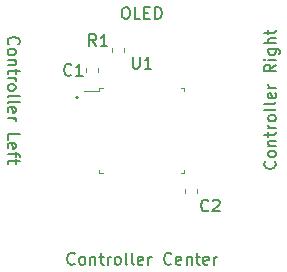
<source format=gto>
G04 #@! TF.GenerationSoftware,KiCad,Pcbnew,(5.1.5-0-10_14)*
G04 #@! TF.CreationDate,2020-04-26T19:30:02+09:00*
G04 #@! TF.ProjectId,TriCon,54726943-6f6e-42e6-9b69-6361645f7063,1.0*
G04 #@! TF.SameCoordinates,Original*
G04 #@! TF.FileFunction,Legend,Top*
G04 #@! TF.FilePolarity,Positive*
%FSLAX46Y46*%
G04 Gerber Fmt 4.6, Leading zero omitted, Abs format (unit mm)*
G04 Created by KiCad (PCBNEW (5.1.5-0-10_14)) date 2020-04-26 19:30:02*
%MOMM*%
%LPD*%
G04 APERTURE LIST*
%ADD10C,0.120000*%
%ADD11C,0.200000*%
%ADD12C,0.150000*%
G04 APERTURE END LIST*
D10*
X146290000Y-96690000D02*
X144975000Y-96690000D01*
X146290000Y-96390000D02*
X146290000Y-96690000D01*
X146590000Y-96390000D02*
X146290000Y-96390000D01*
X153510000Y-96390000D02*
X153510000Y-96690000D01*
X153210000Y-96390000D02*
X153510000Y-96390000D01*
X146290000Y-103610000D02*
X146290000Y-103310000D01*
X146590000Y-103610000D02*
X146290000Y-103610000D01*
X153510000Y-103610000D02*
X153510000Y-103310000D01*
X153210000Y-103610000D02*
X153510000Y-103610000D01*
D11*
X144500000Y-97200000D02*
G75*
G03X144500000Y-97200000I-100000J0D01*
G01*
D10*
X153590000Y-104928733D02*
X153590000Y-105271267D01*
X154610000Y-104928733D02*
X154610000Y-105271267D01*
X146210000Y-95071267D02*
X146210000Y-94728733D01*
X145190000Y-95071267D02*
X145190000Y-94728733D01*
X148410000Y-93371267D02*
X148410000Y-93028733D01*
X147390000Y-93371267D02*
X147390000Y-93028733D01*
D12*
X149138095Y-93752380D02*
X149138095Y-94561904D01*
X149185714Y-94657142D01*
X149233333Y-94704761D01*
X149328571Y-94752380D01*
X149519047Y-94752380D01*
X149614285Y-94704761D01*
X149661904Y-94657142D01*
X149709523Y-94561904D01*
X149709523Y-93752380D01*
X150709523Y-94752380D02*
X150138095Y-94752380D01*
X150423809Y-94752380D02*
X150423809Y-93752380D01*
X150328571Y-93895238D01*
X150233333Y-93990476D01*
X150138095Y-94038095D01*
X148447619Y-89552380D02*
X148638095Y-89552380D01*
X148733333Y-89600000D01*
X148828571Y-89695238D01*
X148876190Y-89885714D01*
X148876190Y-90219047D01*
X148828571Y-90409523D01*
X148733333Y-90504761D01*
X148638095Y-90552380D01*
X148447619Y-90552380D01*
X148352380Y-90504761D01*
X148257142Y-90409523D01*
X148209523Y-90219047D01*
X148209523Y-89885714D01*
X148257142Y-89695238D01*
X148352380Y-89600000D01*
X148447619Y-89552380D01*
X149780952Y-90552380D02*
X149304761Y-90552380D01*
X149304761Y-89552380D01*
X150114285Y-90028571D02*
X150447619Y-90028571D01*
X150590476Y-90552380D02*
X150114285Y-90552380D01*
X150114285Y-89552380D01*
X150590476Y-89552380D01*
X151019047Y-90552380D02*
X151019047Y-89552380D01*
X151257142Y-89552380D01*
X151400000Y-89600000D01*
X151495238Y-89695238D01*
X151542857Y-89790476D01*
X151590476Y-89980952D01*
X151590476Y-90123809D01*
X151542857Y-90314285D01*
X151495238Y-90409523D01*
X151400000Y-90504761D01*
X151257142Y-90552380D01*
X151019047Y-90552380D01*
X144209523Y-111257142D02*
X144161904Y-111304761D01*
X144019047Y-111352380D01*
X143923809Y-111352380D01*
X143780952Y-111304761D01*
X143685714Y-111209523D01*
X143638095Y-111114285D01*
X143590476Y-110923809D01*
X143590476Y-110780952D01*
X143638095Y-110590476D01*
X143685714Y-110495238D01*
X143780952Y-110400000D01*
X143923809Y-110352380D01*
X144019047Y-110352380D01*
X144161904Y-110400000D01*
X144209523Y-110447619D01*
X144780952Y-111352380D02*
X144685714Y-111304761D01*
X144638095Y-111257142D01*
X144590476Y-111161904D01*
X144590476Y-110876190D01*
X144638095Y-110780952D01*
X144685714Y-110733333D01*
X144780952Y-110685714D01*
X144923809Y-110685714D01*
X145019047Y-110733333D01*
X145066666Y-110780952D01*
X145114285Y-110876190D01*
X145114285Y-111161904D01*
X145066666Y-111257142D01*
X145019047Y-111304761D01*
X144923809Y-111352380D01*
X144780952Y-111352380D01*
X145542857Y-110685714D02*
X145542857Y-111352380D01*
X145542857Y-110780952D02*
X145590476Y-110733333D01*
X145685714Y-110685714D01*
X145828571Y-110685714D01*
X145923809Y-110733333D01*
X145971428Y-110828571D01*
X145971428Y-111352380D01*
X146304761Y-110685714D02*
X146685714Y-110685714D01*
X146447619Y-110352380D02*
X146447619Y-111209523D01*
X146495238Y-111304761D01*
X146590476Y-111352380D01*
X146685714Y-111352380D01*
X147019047Y-111352380D02*
X147019047Y-110685714D01*
X147019047Y-110876190D02*
X147066666Y-110780952D01*
X147114285Y-110733333D01*
X147209523Y-110685714D01*
X147304761Y-110685714D01*
X147780952Y-111352380D02*
X147685714Y-111304761D01*
X147638095Y-111257142D01*
X147590476Y-111161904D01*
X147590476Y-110876190D01*
X147638095Y-110780952D01*
X147685714Y-110733333D01*
X147780952Y-110685714D01*
X147923809Y-110685714D01*
X148019047Y-110733333D01*
X148066666Y-110780952D01*
X148114285Y-110876190D01*
X148114285Y-111161904D01*
X148066666Y-111257142D01*
X148019047Y-111304761D01*
X147923809Y-111352380D01*
X147780952Y-111352380D01*
X148685714Y-111352380D02*
X148590476Y-111304761D01*
X148542857Y-111209523D01*
X148542857Y-110352380D01*
X149209523Y-111352380D02*
X149114285Y-111304761D01*
X149066666Y-111209523D01*
X149066666Y-110352380D01*
X149971428Y-111304761D02*
X149876190Y-111352380D01*
X149685714Y-111352380D01*
X149590476Y-111304761D01*
X149542857Y-111209523D01*
X149542857Y-110828571D01*
X149590476Y-110733333D01*
X149685714Y-110685714D01*
X149876190Y-110685714D01*
X149971428Y-110733333D01*
X150019047Y-110828571D01*
X150019047Y-110923809D01*
X149542857Y-111019047D01*
X150447619Y-111352380D02*
X150447619Y-110685714D01*
X150447619Y-110876190D02*
X150495238Y-110780952D01*
X150542857Y-110733333D01*
X150638095Y-110685714D01*
X150733333Y-110685714D01*
X152400000Y-111257142D02*
X152352380Y-111304761D01*
X152209523Y-111352380D01*
X152114285Y-111352380D01*
X151971428Y-111304761D01*
X151876190Y-111209523D01*
X151828571Y-111114285D01*
X151780952Y-110923809D01*
X151780952Y-110780952D01*
X151828571Y-110590476D01*
X151876190Y-110495238D01*
X151971428Y-110400000D01*
X152114285Y-110352380D01*
X152209523Y-110352380D01*
X152352380Y-110400000D01*
X152400000Y-110447619D01*
X153209523Y-111304761D02*
X153114285Y-111352380D01*
X152923809Y-111352380D01*
X152828571Y-111304761D01*
X152780952Y-111209523D01*
X152780952Y-110828571D01*
X152828571Y-110733333D01*
X152923809Y-110685714D01*
X153114285Y-110685714D01*
X153209523Y-110733333D01*
X153257142Y-110828571D01*
X153257142Y-110923809D01*
X152780952Y-111019047D01*
X153685714Y-110685714D02*
X153685714Y-111352380D01*
X153685714Y-110780952D02*
X153733333Y-110733333D01*
X153828571Y-110685714D01*
X153971428Y-110685714D01*
X154066666Y-110733333D01*
X154114285Y-110828571D01*
X154114285Y-111352380D01*
X154447619Y-110685714D02*
X154828571Y-110685714D01*
X154590476Y-110352380D02*
X154590476Y-111209523D01*
X154638095Y-111304761D01*
X154733333Y-111352380D01*
X154828571Y-111352380D01*
X155542857Y-111304761D02*
X155447619Y-111352380D01*
X155257142Y-111352380D01*
X155161904Y-111304761D01*
X155114285Y-111209523D01*
X155114285Y-110828571D01*
X155161904Y-110733333D01*
X155257142Y-110685714D01*
X155447619Y-110685714D01*
X155542857Y-110733333D01*
X155590476Y-110828571D01*
X155590476Y-110923809D01*
X155114285Y-111019047D01*
X156019047Y-111352380D02*
X156019047Y-110685714D01*
X156019047Y-110876190D02*
X156066666Y-110780952D01*
X156114285Y-110733333D01*
X156209523Y-110685714D01*
X156304761Y-110685714D01*
X161157142Y-102614285D02*
X161204761Y-102661904D01*
X161252380Y-102804761D01*
X161252380Y-102900000D01*
X161204761Y-103042857D01*
X161109523Y-103138095D01*
X161014285Y-103185714D01*
X160823809Y-103233333D01*
X160680952Y-103233333D01*
X160490476Y-103185714D01*
X160395238Y-103138095D01*
X160300000Y-103042857D01*
X160252380Y-102900000D01*
X160252380Y-102804761D01*
X160300000Y-102661904D01*
X160347619Y-102614285D01*
X161252380Y-102042857D02*
X161204761Y-102138095D01*
X161157142Y-102185714D01*
X161061904Y-102233333D01*
X160776190Y-102233333D01*
X160680952Y-102185714D01*
X160633333Y-102138095D01*
X160585714Y-102042857D01*
X160585714Y-101900000D01*
X160633333Y-101804761D01*
X160680952Y-101757142D01*
X160776190Y-101709523D01*
X161061904Y-101709523D01*
X161157142Y-101757142D01*
X161204761Y-101804761D01*
X161252380Y-101900000D01*
X161252380Y-102042857D01*
X160585714Y-101280952D02*
X161252380Y-101280952D01*
X160680952Y-101280952D02*
X160633333Y-101233333D01*
X160585714Y-101138095D01*
X160585714Y-100995238D01*
X160633333Y-100900000D01*
X160728571Y-100852380D01*
X161252380Y-100852380D01*
X160585714Y-100519047D02*
X160585714Y-100138095D01*
X160252380Y-100376190D02*
X161109523Y-100376190D01*
X161204761Y-100328571D01*
X161252380Y-100233333D01*
X161252380Y-100138095D01*
X161252380Y-99804761D02*
X160585714Y-99804761D01*
X160776190Y-99804761D02*
X160680952Y-99757142D01*
X160633333Y-99709523D01*
X160585714Y-99614285D01*
X160585714Y-99519047D01*
X161252380Y-99042857D02*
X161204761Y-99138095D01*
X161157142Y-99185714D01*
X161061904Y-99233333D01*
X160776190Y-99233333D01*
X160680952Y-99185714D01*
X160633333Y-99138095D01*
X160585714Y-99042857D01*
X160585714Y-98900000D01*
X160633333Y-98804761D01*
X160680952Y-98757142D01*
X160776190Y-98709523D01*
X161061904Y-98709523D01*
X161157142Y-98757142D01*
X161204761Y-98804761D01*
X161252380Y-98900000D01*
X161252380Y-99042857D01*
X161252380Y-98138095D02*
X161204761Y-98233333D01*
X161109523Y-98280952D01*
X160252380Y-98280952D01*
X161252380Y-97614285D02*
X161204761Y-97709523D01*
X161109523Y-97757142D01*
X160252380Y-97757142D01*
X161204761Y-96852380D02*
X161252380Y-96947619D01*
X161252380Y-97138095D01*
X161204761Y-97233333D01*
X161109523Y-97280952D01*
X160728571Y-97280952D01*
X160633333Y-97233333D01*
X160585714Y-97138095D01*
X160585714Y-96947619D01*
X160633333Y-96852380D01*
X160728571Y-96804761D01*
X160823809Y-96804761D01*
X160919047Y-97280952D01*
X161252380Y-96376190D02*
X160585714Y-96376190D01*
X160776190Y-96376190D02*
X160680952Y-96328571D01*
X160633333Y-96280952D01*
X160585714Y-96185714D01*
X160585714Y-96090476D01*
X161252380Y-94423809D02*
X160776190Y-94757142D01*
X161252380Y-94995238D02*
X160252380Y-94995238D01*
X160252380Y-94614285D01*
X160300000Y-94519047D01*
X160347619Y-94471428D01*
X160442857Y-94423809D01*
X160585714Y-94423809D01*
X160680952Y-94471428D01*
X160728571Y-94519047D01*
X160776190Y-94614285D01*
X160776190Y-94995238D01*
X161252380Y-93995238D02*
X160585714Y-93995238D01*
X160252380Y-93995238D02*
X160300000Y-94042857D01*
X160347619Y-93995238D01*
X160300000Y-93947619D01*
X160252380Y-93995238D01*
X160347619Y-93995238D01*
X160585714Y-93090476D02*
X161395238Y-93090476D01*
X161490476Y-93138095D01*
X161538095Y-93185714D01*
X161585714Y-93280952D01*
X161585714Y-93423809D01*
X161538095Y-93519047D01*
X161204761Y-93090476D02*
X161252380Y-93185714D01*
X161252380Y-93376190D01*
X161204761Y-93471428D01*
X161157142Y-93519047D01*
X161061904Y-93566666D01*
X160776190Y-93566666D01*
X160680952Y-93519047D01*
X160633333Y-93471428D01*
X160585714Y-93376190D01*
X160585714Y-93185714D01*
X160633333Y-93090476D01*
X161252380Y-92614285D02*
X160252380Y-92614285D01*
X161252380Y-92185714D02*
X160728571Y-92185714D01*
X160633333Y-92233333D01*
X160585714Y-92328571D01*
X160585714Y-92471428D01*
X160633333Y-92566666D01*
X160680952Y-92614285D01*
X160585714Y-91852380D02*
X160585714Y-91471428D01*
X160252380Y-91709523D02*
X161109523Y-91709523D01*
X161204761Y-91661904D01*
X161252380Y-91566666D01*
X161252380Y-91471428D01*
X138642857Y-92709523D02*
X138595238Y-92661904D01*
X138547619Y-92519047D01*
X138547619Y-92423809D01*
X138595238Y-92280952D01*
X138690476Y-92185714D01*
X138785714Y-92138095D01*
X138976190Y-92090476D01*
X139119047Y-92090476D01*
X139309523Y-92138095D01*
X139404761Y-92185714D01*
X139500000Y-92280952D01*
X139547619Y-92423809D01*
X139547619Y-92519047D01*
X139500000Y-92661904D01*
X139452380Y-92709523D01*
X138547619Y-93280952D02*
X138595238Y-93185714D01*
X138642857Y-93138095D01*
X138738095Y-93090476D01*
X139023809Y-93090476D01*
X139119047Y-93138095D01*
X139166666Y-93185714D01*
X139214285Y-93280952D01*
X139214285Y-93423809D01*
X139166666Y-93519047D01*
X139119047Y-93566666D01*
X139023809Y-93614285D01*
X138738095Y-93614285D01*
X138642857Y-93566666D01*
X138595238Y-93519047D01*
X138547619Y-93423809D01*
X138547619Y-93280952D01*
X139214285Y-94042857D02*
X138547619Y-94042857D01*
X139119047Y-94042857D02*
X139166666Y-94090476D01*
X139214285Y-94185714D01*
X139214285Y-94328571D01*
X139166666Y-94423809D01*
X139071428Y-94471428D01*
X138547619Y-94471428D01*
X139214285Y-94804761D02*
X139214285Y-95185714D01*
X139547619Y-94947619D02*
X138690476Y-94947619D01*
X138595238Y-94995238D01*
X138547619Y-95090476D01*
X138547619Y-95185714D01*
X138547619Y-95519047D02*
X139214285Y-95519047D01*
X139023809Y-95519047D02*
X139119047Y-95566666D01*
X139166666Y-95614285D01*
X139214285Y-95709523D01*
X139214285Y-95804761D01*
X138547619Y-96280952D02*
X138595238Y-96185714D01*
X138642857Y-96138095D01*
X138738095Y-96090476D01*
X139023809Y-96090476D01*
X139119047Y-96138095D01*
X139166666Y-96185714D01*
X139214285Y-96280952D01*
X139214285Y-96423809D01*
X139166666Y-96519047D01*
X139119047Y-96566666D01*
X139023809Y-96614285D01*
X138738095Y-96614285D01*
X138642857Y-96566666D01*
X138595238Y-96519047D01*
X138547619Y-96423809D01*
X138547619Y-96280952D01*
X138547619Y-97185714D02*
X138595238Y-97090476D01*
X138690476Y-97042857D01*
X139547619Y-97042857D01*
X138547619Y-97709523D02*
X138595238Y-97614285D01*
X138690476Y-97566666D01*
X139547619Y-97566666D01*
X138595238Y-98471428D02*
X138547619Y-98376190D01*
X138547619Y-98185714D01*
X138595238Y-98090476D01*
X138690476Y-98042857D01*
X139071428Y-98042857D01*
X139166666Y-98090476D01*
X139214285Y-98185714D01*
X139214285Y-98376190D01*
X139166666Y-98471428D01*
X139071428Y-98519047D01*
X138976190Y-98519047D01*
X138880952Y-98042857D01*
X138547619Y-98947619D02*
X139214285Y-98947619D01*
X139023809Y-98947619D02*
X139119047Y-98995238D01*
X139166666Y-99042857D01*
X139214285Y-99138095D01*
X139214285Y-99233333D01*
X138547619Y-100804761D02*
X138547619Y-100328571D01*
X139547619Y-100328571D01*
X138595238Y-101519047D02*
X138547619Y-101423809D01*
X138547619Y-101233333D01*
X138595238Y-101138095D01*
X138690476Y-101090476D01*
X139071428Y-101090476D01*
X139166666Y-101138095D01*
X139214285Y-101233333D01*
X139214285Y-101423809D01*
X139166666Y-101519047D01*
X139071428Y-101566666D01*
X138976190Y-101566666D01*
X138880952Y-101090476D01*
X139214285Y-101852380D02*
X139214285Y-102233333D01*
X138547619Y-101995238D02*
X139404761Y-101995238D01*
X139500000Y-102042857D01*
X139547619Y-102138095D01*
X139547619Y-102233333D01*
X139214285Y-102423809D02*
X139214285Y-102804761D01*
X139547619Y-102566666D02*
X138690476Y-102566666D01*
X138595238Y-102614285D01*
X138547619Y-102709523D01*
X138547619Y-102804761D01*
X155533333Y-106757142D02*
X155485714Y-106804761D01*
X155342857Y-106852380D01*
X155247619Y-106852380D01*
X155104761Y-106804761D01*
X155009523Y-106709523D01*
X154961904Y-106614285D01*
X154914285Y-106423809D01*
X154914285Y-106280952D01*
X154961904Y-106090476D01*
X155009523Y-105995238D01*
X155104761Y-105900000D01*
X155247619Y-105852380D01*
X155342857Y-105852380D01*
X155485714Y-105900000D01*
X155533333Y-105947619D01*
X155914285Y-105947619D02*
X155961904Y-105900000D01*
X156057142Y-105852380D01*
X156295238Y-105852380D01*
X156390476Y-105900000D01*
X156438095Y-105947619D01*
X156485714Y-106042857D01*
X156485714Y-106138095D01*
X156438095Y-106280952D01*
X155866666Y-106852380D01*
X156485714Y-106852380D01*
X143933333Y-95257142D02*
X143885714Y-95304761D01*
X143742857Y-95352380D01*
X143647619Y-95352380D01*
X143504761Y-95304761D01*
X143409523Y-95209523D01*
X143361904Y-95114285D01*
X143314285Y-94923809D01*
X143314285Y-94780952D01*
X143361904Y-94590476D01*
X143409523Y-94495238D01*
X143504761Y-94400000D01*
X143647619Y-94352380D01*
X143742857Y-94352380D01*
X143885714Y-94400000D01*
X143933333Y-94447619D01*
X144885714Y-95352380D02*
X144314285Y-95352380D01*
X144600000Y-95352380D02*
X144600000Y-94352380D01*
X144504761Y-94495238D01*
X144409523Y-94590476D01*
X144314285Y-94638095D01*
X146033333Y-92852380D02*
X145700000Y-92376190D01*
X145461904Y-92852380D02*
X145461904Y-91852380D01*
X145842857Y-91852380D01*
X145938095Y-91900000D01*
X145985714Y-91947619D01*
X146033333Y-92042857D01*
X146033333Y-92185714D01*
X145985714Y-92280952D01*
X145938095Y-92328571D01*
X145842857Y-92376190D01*
X145461904Y-92376190D01*
X146985714Y-92852380D02*
X146414285Y-92852380D01*
X146700000Y-92852380D02*
X146700000Y-91852380D01*
X146604761Y-91995238D01*
X146509523Y-92090476D01*
X146414285Y-92138095D01*
M02*

</source>
